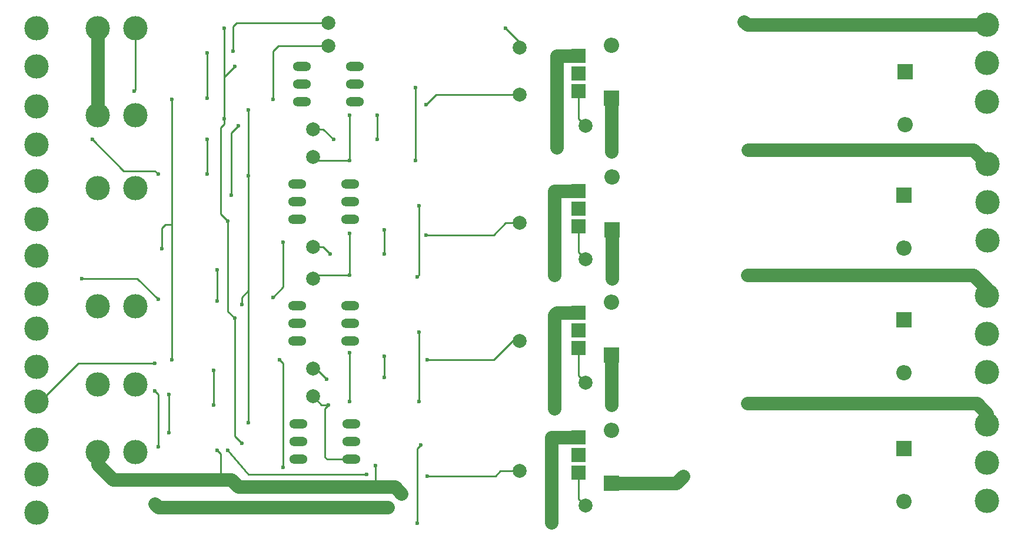
<source format=gbr>
G04 #@! TF.FileFunction,Copper,L2,Bot,Signal*
%FSLAX46Y46*%
G04 Gerber Fmt 4.6, Leading zero omitted, Abs format (unit mm)*
G04 Created by KiCad (PCBNEW 4.0.7-e2-6376~58~ubuntu16.04.1) date Wed May  2 00:30:32 2018*
%MOMM*%
%LPD*%
G01*
G04 APERTURE LIST*
%ADD10C,0.100000*%
%ADD11C,2.000000*%
%ADD12R,2.000000X2.000000*%
%ADD13O,2.641600X1.320800*%
%ADD14C,3.500120*%
%ADD15R,2.200000X2.200000*%
%ADD16O,2.200000X2.200000*%
%ADD17C,0.600000*%
%ADD18C,1.778000*%
%ADD19C,1.143000*%
%ADD20C,0.254000*%
%ADD21C,1.905000*%
%ADD22C,1.270000*%
G04 APERTURE END LIST*
D10*
D11*
X138500000Y-118000000D03*
X138500000Y-99250000D03*
X138500000Y-82250000D03*
X138500000Y-63750000D03*
X138500000Y-57000000D03*
X148000000Y-123000000D03*
X148000000Y-105250000D03*
X148000000Y-87500000D03*
X148000000Y-68250000D03*
X111000000Y-56750000D03*
X111000000Y-53500000D03*
X108750000Y-72750000D03*
X108750000Y-68750000D03*
X108750000Y-90250000D03*
X108750000Y-85750000D03*
X108750000Y-107250000D03*
D12*
X147000760Y-118258820D03*
X147000760Y-115718820D03*
X147000760Y-113178820D03*
X147000760Y-100258820D03*
X147000760Y-97718820D03*
X147000760Y-95178820D03*
X147000760Y-82758820D03*
X147000760Y-80218820D03*
X147000760Y-77678820D03*
X147000760Y-63258820D03*
X147000760Y-60718820D03*
X147000760Y-58178820D03*
D13*
X106700760Y-111218820D03*
X106700760Y-113758820D03*
X114320760Y-113758820D03*
X114320760Y-111218820D03*
X106700760Y-116298820D03*
X114320760Y-116298820D03*
X106490000Y-94160000D03*
X106490000Y-96700000D03*
X114110000Y-96700000D03*
X114110000Y-94160000D03*
X106490000Y-99240000D03*
X114110000Y-99240000D03*
X106490000Y-76660000D03*
X106490000Y-79200000D03*
X114110000Y-79200000D03*
X114110000Y-76660000D03*
X106490000Y-81740000D03*
X114110000Y-81740000D03*
X107190760Y-59718820D03*
X107190760Y-62258820D03*
X114810760Y-62258820D03*
X114810760Y-59718820D03*
X107190760Y-64798820D03*
X114810760Y-64798820D03*
D14*
X83240000Y-105500000D03*
X77760000Y-105500000D03*
X205760760Y-111253820D03*
X205760760Y-116758820D03*
X205760760Y-122263820D03*
X77760760Y-115258820D03*
X83240760Y-115258820D03*
X69000760Y-118518820D03*
X69000760Y-123998820D03*
X69000760Y-108018820D03*
X69000760Y-113498820D03*
X205760760Y-92753820D03*
X205760760Y-98258820D03*
X205760760Y-103763820D03*
X77770760Y-94258820D03*
X83250760Y-94258820D03*
X205810760Y-73753820D03*
X205810760Y-79258820D03*
X205810760Y-84763820D03*
X69000760Y-97518820D03*
X69000760Y-102998820D03*
X69000760Y-87018820D03*
X69000760Y-92498820D03*
X77760760Y-77258820D03*
X83240760Y-77258820D03*
X205760760Y-53753820D03*
X205760760Y-59258820D03*
X205760760Y-64763820D03*
X69000000Y-76260000D03*
X69000000Y-81740000D03*
X69000760Y-65458820D03*
X69000760Y-70998820D03*
X83240760Y-54258820D03*
X77760760Y-54258820D03*
X69000000Y-59740000D03*
X69000000Y-54260000D03*
X83240760Y-66758820D03*
X77760760Y-66758820D03*
D15*
X193760760Y-114758820D03*
D16*
X193760760Y-122378820D03*
D15*
X151750760Y-119758820D03*
D16*
X151750760Y-112138820D03*
D15*
X151750760Y-101258820D03*
D16*
X151750760Y-93638820D03*
D15*
X193760760Y-96258820D03*
D16*
X193760760Y-103878820D03*
D15*
X151800760Y-83258820D03*
D16*
X151800760Y-75638820D03*
D15*
X193810760Y-78258820D03*
D16*
X193810760Y-85878820D03*
D15*
X151750760Y-64258820D03*
D16*
X151750760Y-56638820D03*
D15*
X194000000Y-60500000D03*
D16*
X194000000Y-68120000D03*
D11*
X108750000Y-103250000D03*
D17*
X97250000Y-57550000D03*
X99500000Y-111000000D03*
X98500000Y-94000000D03*
X99500000Y-75500000D03*
X99500000Y-66000000D03*
X93510760Y-64258820D03*
X93510760Y-57758820D03*
X96000000Y-54250000D03*
X136500000Y-54250000D03*
X97500000Y-96000000D03*
X98500000Y-114000000D03*
X96500000Y-82000000D03*
X97510760Y-59758820D03*
X96010760Y-67258820D03*
X103000000Y-64500000D03*
X104500000Y-117500000D03*
X104000000Y-102000000D03*
X88500000Y-102000000D03*
X87000000Y-86000000D03*
X88500760Y-64500000D03*
X83010760Y-63258820D03*
X111750000Y-70258820D03*
X93510760Y-70258820D03*
X93510760Y-75258820D03*
X118010760Y-70258820D03*
X118010760Y-66758820D03*
D18*
X170760760Y-53258820D03*
D19*
X143750000Y-71500000D03*
D17*
X123510760Y-62758820D03*
X123510760Y-73258820D03*
X114010760Y-73258820D03*
X114010760Y-66758820D03*
X125000000Y-65250000D03*
X97010760Y-78258820D03*
X98010760Y-68258820D03*
D18*
X171310760Y-71758820D03*
D17*
X111250000Y-86758820D03*
X95000000Y-89000000D03*
X95000000Y-93500000D03*
X119010760Y-86758820D03*
X119010760Y-83258820D03*
X124010760Y-79758820D03*
X123750000Y-90000000D03*
D19*
X143510760Y-89758820D03*
D17*
X114010760Y-89758820D03*
X114010760Y-83758820D03*
X125000000Y-84000000D03*
X104500000Y-85000000D03*
X103000000Y-93000000D03*
D18*
X171260760Y-108258820D03*
D17*
X117750000Y-117250000D03*
D18*
X171250000Y-89769580D03*
D17*
X110750000Y-104758820D03*
D19*
X121510760Y-121258820D03*
D17*
X94500000Y-108500000D03*
X94500000Y-103500000D03*
X95000000Y-115000000D03*
X119000000Y-104500000D03*
X119000000Y-101500000D03*
D18*
X143500000Y-109000000D03*
D17*
X124250000Y-114250000D03*
X123750000Y-125500000D03*
D19*
X119510760Y-123258820D03*
D17*
X88000000Y-112500000D03*
X88000000Y-107000000D03*
X111000000Y-108500000D03*
X114000000Y-108000000D03*
X114000000Y-101000000D03*
X124000000Y-108000000D03*
X124000000Y-98000000D03*
D19*
X143000000Y-125500000D03*
D18*
X86010760Y-122758820D03*
D17*
X125250000Y-102000000D03*
X125250000Y-118750000D03*
X96500000Y-115000000D03*
X116500000Y-118500000D03*
D18*
X151750000Y-72000000D03*
X151800760Y-90248820D03*
X151740000Y-108490000D03*
X162000000Y-118750000D03*
D17*
X86510760Y-75258820D03*
X77010760Y-70258820D03*
X75510760Y-90258820D03*
X86510760Y-93258820D03*
X86000000Y-102500000D03*
X86000000Y-106500000D03*
X86500000Y-114500000D03*
D20*
X111000000Y-53500000D02*
X97750000Y-53500000D01*
X97250000Y-54000000D02*
X97750000Y-53500000D01*
X97250000Y-54000000D02*
X97250000Y-57550000D01*
X99500000Y-92000000D02*
X99500000Y-111000000D01*
X99500000Y-75000000D02*
X99500000Y-92000000D01*
X98500000Y-93000000D02*
X98500000Y-94000000D01*
X99500000Y-92000000D02*
X98500000Y-93000000D01*
X99500000Y-66000000D02*
X99500000Y-75000000D01*
X99500000Y-75000000D02*
X99500000Y-75500000D01*
X93510760Y-64258820D02*
X93510760Y-57758820D01*
D21*
X77760760Y-54258820D02*
X77760760Y-66758820D01*
D20*
X138500000Y-56250000D02*
X136500000Y-54250000D01*
X96010760Y-54260760D02*
X96010760Y-61258820D01*
X96000000Y-54250000D02*
X96010760Y-54260760D01*
X138500000Y-57000000D02*
X138500000Y-56250000D01*
X97500000Y-96000000D02*
X97500000Y-113000000D01*
X97500000Y-113000000D02*
X98500000Y-114000000D01*
X96500000Y-82000000D02*
X96500000Y-95000000D01*
X96500000Y-95000000D02*
X97500000Y-96000000D01*
X95500000Y-68500000D02*
X95500000Y-81000000D01*
X96010760Y-67989240D02*
X95500000Y-68500000D01*
X96010760Y-67258820D02*
X96010760Y-67989240D01*
X95500000Y-81000000D02*
X96500000Y-82000000D01*
X97510760Y-59758820D02*
X96010760Y-61258820D01*
X96010760Y-61258820D02*
X96010760Y-67258820D01*
X111000000Y-56750000D02*
X103750000Y-56750000D01*
X103000000Y-57500000D02*
X103000000Y-64500000D01*
X103750000Y-56750000D02*
X103000000Y-57500000D01*
X104000000Y-102000000D02*
X104500000Y-102500000D01*
X104500000Y-102500000D02*
X104500000Y-117500000D01*
X88500000Y-81500000D02*
X88500000Y-102000000D01*
X88500000Y-82500000D02*
X87500000Y-82500000D01*
X87500000Y-82500000D02*
X87000000Y-83000000D01*
X87000000Y-83000000D02*
X87000000Y-86000000D01*
X88500000Y-82500000D02*
X88500000Y-81500000D01*
X88500760Y-64500000D02*
X88500000Y-64500760D01*
X88500000Y-81500000D02*
X88500000Y-64500760D01*
X83240760Y-54258820D02*
X83240760Y-63028820D01*
X83240760Y-63028820D02*
X83010760Y-63258820D01*
X108750000Y-68750000D02*
X110241180Y-68750000D01*
X110241180Y-68750000D02*
X111750000Y-70258820D01*
X93510760Y-75258820D02*
X93510760Y-70258820D01*
X118010760Y-66758820D02*
X118010760Y-70258820D01*
D21*
X171255760Y-53753820D02*
X205760760Y-53753820D01*
X170760760Y-53258820D02*
X171255760Y-53753820D01*
D22*
X143750000Y-71500000D02*
X143808820Y-71441180D01*
D21*
X143808820Y-71441180D02*
X143800000Y-58178820D01*
X147000760Y-58178820D02*
X143800000Y-58178820D01*
D20*
X114010760Y-73258820D02*
X109258820Y-73258820D01*
X109258820Y-73258820D02*
X108750000Y-72750000D01*
X123510760Y-62758820D02*
X123510760Y-73258820D01*
X114010760Y-66758820D02*
X114010760Y-73258820D01*
X126500000Y-63750000D02*
X138500000Y-63750000D01*
X125000000Y-65250000D02*
X126500000Y-63750000D01*
X97010760Y-69258820D02*
X97010760Y-78258820D01*
X98010760Y-68258820D02*
X97010760Y-69258820D01*
D22*
X171310760Y-71758820D02*
X171400000Y-71758820D01*
X171400000Y-71758820D02*
X171310760Y-71758820D01*
D20*
X108750000Y-85750000D02*
X110241180Y-85750000D01*
X110241180Y-85750000D02*
X111250000Y-86758820D01*
X95000000Y-93500000D02*
X95000000Y-89000000D01*
X119010760Y-83258820D02*
X119010760Y-86758820D01*
D21*
X203810760Y-71758820D02*
X205805760Y-73753820D01*
X171310760Y-71758820D02*
X203810760Y-71758820D01*
X205805760Y-73753820D02*
X205810760Y-73753820D01*
D20*
X124010760Y-79758820D02*
X124010760Y-89739240D01*
X124010760Y-89739240D02*
X123750000Y-90000000D01*
X114010760Y-89758820D02*
X109241180Y-89758820D01*
X109241180Y-89758820D02*
X108750000Y-90250000D01*
D21*
X143510760Y-89758820D02*
X143510760Y-77689240D01*
X143510760Y-77689240D02*
X143521180Y-77678820D01*
X143521180Y-77678820D02*
X147000760Y-77678820D01*
D20*
X114010760Y-83758820D02*
X114010760Y-89758820D01*
D22*
X146920760Y-77758820D02*
X147000760Y-77678820D01*
D20*
X136500000Y-82250000D02*
X134750000Y-84000000D01*
X134750000Y-84000000D02*
X125000000Y-84000000D01*
X138500000Y-82250000D02*
X136500000Y-82250000D01*
X104500000Y-91500000D02*
X104500000Y-85000000D01*
X103000000Y-93000000D02*
X104500000Y-91500000D01*
D21*
X171260760Y-108258820D02*
X204260760Y-108258820D01*
X204260760Y-108258820D02*
X205760760Y-109758820D01*
D20*
X117750000Y-117250000D02*
X117750000Y-120258820D01*
X117750000Y-120258820D02*
X117750000Y-119750000D01*
X117750000Y-119750000D02*
X117750000Y-120258820D01*
D21*
X171250000Y-89769580D02*
X171260760Y-89758820D01*
D20*
X110750000Y-104758820D02*
X109241180Y-103250000D01*
X109241180Y-103250000D02*
X108750000Y-103250000D01*
D21*
X118500000Y-120258820D02*
X117750000Y-120258820D01*
X117750000Y-120258820D02*
X120510760Y-120258820D01*
X120510760Y-120258820D02*
X121510760Y-121258820D01*
D20*
X94500000Y-103500000D02*
X94500000Y-108500000D01*
X95500000Y-119258820D02*
X95500000Y-115500000D01*
X95500000Y-115500000D02*
X95000000Y-115000000D01*
X118500000Y-120258820D02*
X118500000Y-120000000D01*
X118500000Y-120000000D02*
X118500000Y-120258820D01*
X119000000Y-101500000D02*
X119000000Y-104500000D01*
D21*
X98010760Y-120258820D02*
X118500000Y-120258820D01*
X97010760Y-119258820D02*
X98010760Y-120258820D01*
X95500000Y-119258820D02*
X97010760Y-119258820D01*
X77760760Y-117008820D02*
X80010760Y-119258820D01*
X80010760Y-119258820D02*
X95500000Y-119258820D01*
X77760760Y-115258820D02*
X77760760Y-117008820D01*
X205760760Y-109758820D02*
X205760760Y-111253820D01*
X203760760Y-89758820D02*
X205760760Y-91758820D01*
X171260760Y-89758820D02*
X203760760Y-89758820D01*
X205760760Y-91758820D02*
X205760760Y-92753820D01*
X143500000Y-107750000D02*
X143500000Y-109000000D01*
X143500000Y-95500000D02*
X143821180Y-95178820D01*
X147000760Y-95178820D02*
X143821180Y-95178820D01*
X143500000Y-107750000D02*
X143500000Y-95500000D01*
D20*
X124250000Y-114250000D02*
X123750000Y-114750000D01*
X123750000Y-114750000D02*
X123750000Y-125500000D01*
X111000000Y-108500000D02*
X110000000Y-108500000D01*
X110000000Y-108500000D02*
X108750000Y-107250000D01*
D21*
X86510760Y-123258820D02*
X119510760Y-123258820D01*
D20*
X88000000Y-107000000D02*
X88000000Y-112500000D01*
X110500000Y-116000000D02*
X110500000Y-109000000D01*
X110798820Y-116298820D02*
X110500000Y-116000000D01*
X114320760Y-116298820D02*
X110798820Y-116298820D01*
X110500000Y-109000000D02*
X111000000Y-108500000D01*
X114000000Y-101000000D02*
X114000000Y-108000000D01*
X124000000Y-98000000D02*
X124000000Y-108000000D01*
D21*
X143090760Y-124000000D02*
X143090760Y-125409240D01*
D22*
X143090760Y-125409240D02*
X143000000Y-125500000D01*
D21*
X147000760Y-113178820D02*
X143090760Y-113178820D01*
X143090760Y-113178820D02*
X143090760Y-124000000D01*
D22*
X143090760Y-124000000D02*
X143090760Y-124178820D01*
D21*
X86510760Y-123258820D02*
X86010760Y-122758820D01*
X86010760Y-122758820D02*
X86510760Y-123258820D01*
D20*
X138500000Y-99250000D02*
X137500000Y-99250000D01*
X137500000Y-99250000D02*
X134750000Y-102000000D01*
X134750000Y-102000000D02*
X125250000Y-102000000D01*
X138500000Y-118000000D02*
X135750000Y-118000000D01*
X135000000Y-118750000D02*
X125250000Y-118750000D01*
X135750000Y-118000000D02*
X135000000Y-118750000D01*
X99500000Y-118500000D02*
X116500000Y-118500000D01*
X96500000Y-115000000D02*
X99500000Y-118500000D01*
D21*
X151750760Y-71999240D02*
X151750760Y-64258820D01*
X151750000Y-72000000D02*
X151750760Y-71999240D01*
X151800760Y-83258820D02*
X151800760Y-90248820D01*
X151750760Y-101258820D02*
X151740000Y-108490000D01*
X160991180Y-119758820D02*
X162000000Y-118750000D01*
X151750760Y-119758820D02*
X160991180Y-119758820D01*
D20*
X86010760Y-74758820D02*
X86510760Y-75258820D01*
X81510760Y-74758820D02*
X86010760Y-74758820D01*
X77010760Y-70258820D02*
X81510760Y-74758820D01*
X83510760Y-90258820D02*
X75510760Y-90258820D01*
X86510760Y-93258820D02*
X83510760Y-90258820D01*
X75000000Y-102500000D02*
X86000000Y-102500000D01*
X69481180Y-108018820D02*
X75000000Y-102500000D01*
X69000760Y-108018820D02*
X69481180Y-108018820D01*
X86000000Y-106500000D02*
X86500000Y-107000000D01*
X86500000Y-107000000D02*
X86500000Y-114500000D01*
X147000760Y-63258820D02*
X147000760Y-67250760D01*
X147000760Y-67250760D02*
X148000000Y-68250000D01*
X147000760Y-82758820D02*
X147000760Y-86500760D01*
X147000760Y-86500760D02*
X148000000Y-87500000D01*
X147000760Y-100258820D02*
X147000760Y-104250760D01*
X147000760Y-104250760D02*
X148000000Y-105250000D01*
X147000760Y-118258820D02*
X147000760Y-122000760D01*
X147000760Y-122000760D02*
X148000000Y-123000000D01*
M02*

</source>
